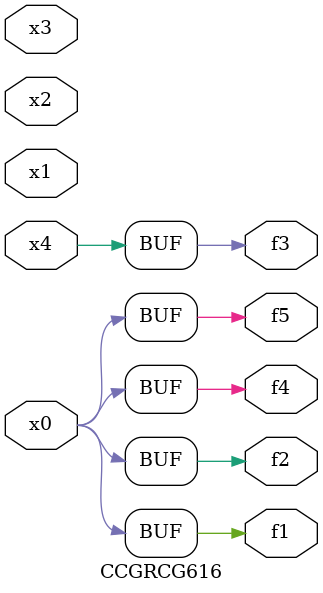
<source format=v>
module CCGRCG616(
	input x0, x1, x2, x3, x4,
	output f1, f2, f3, f4, f5
);
	assign f1 = x0;
	assign f2 = x0;
	assign f3 = x4;
	assign f4 = x0;
	assign f5 = x0;
endmodule

</source>
